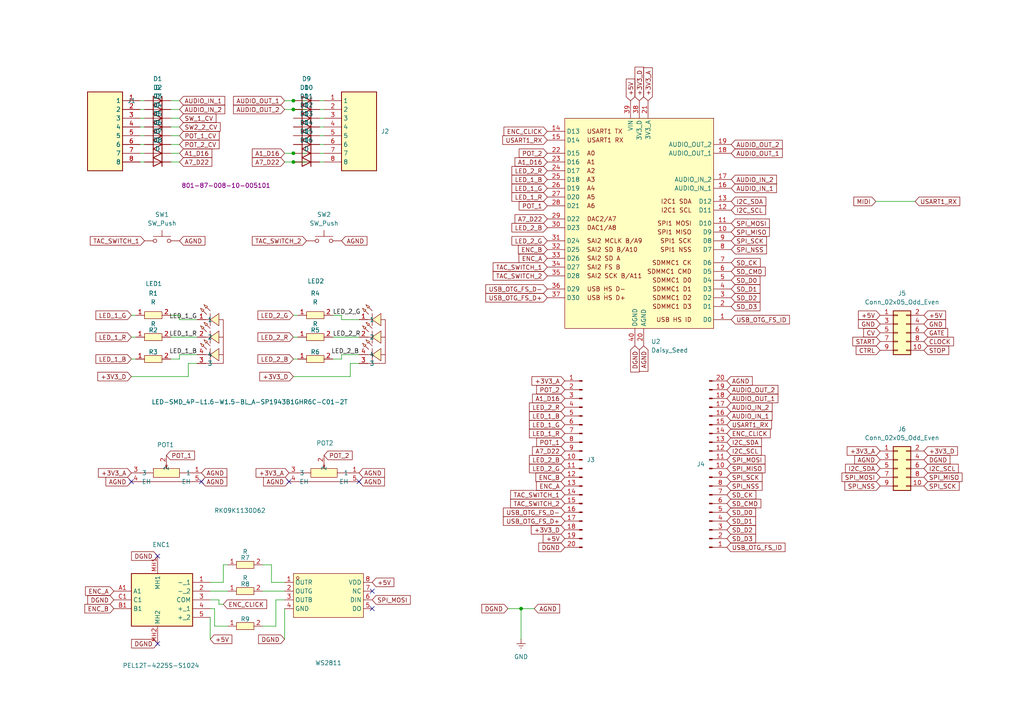
<source format=kicad_sch>
(kicad_sch (version 20250114) (generator "eeschema") (generator_version "9.0")
  (paper "A4")
  (title_block (title "Shock-AE-PCB") (date "2026-02-01") (rev "Mk1") (company "Copyright © 2026 clectric.diy Licensed under CERN-OHL-S v2") (comment 1 "Charles H. Leggett"))
  (lib_symbols
    (symbol "CR0603-FX-1001ELF_1" (pin_names (hide yes))
      (property "Reference" "R" (at 0 5.08 0))
      (property "Value" "CR0603-FX-1001ELF" (at 0 -5.08 0))
      (symbol "CR0603-FX-1001ELF_1_0_1"
        (pin unspecified line (at -5.08 0 0) (length 2.54) (name "1") (number "1"))
        (pin unspecified line (at 5.08 0 180) (length 2.54) (name "2") (number "2"))
      )
    )
    (symbol "CR0603-FX-1001ELF_5" (pin_names (hide yes))
      (property "Reference" "R" (at 0 5.08 0))
      (property "Value" "CR0603-FX-1001ELF" (at 0 -5.08 0))
      (symbol "CR0603-FX-1001ELF_5_0_1"
        (pin unspecified line (at -5.08 0 0) (length 2.54) (name "1") (number "1"))
        (pin unspecified line (at 5.08 0 180) (length 2.54) (name "2") (number "2"))
      )
    )
    (symbol "Connector:Conn_01x20_Pin" (pin_names (offset 1.016) (hide yes))
      (property "Reference" "J" (at 0 25.4 0))
      (property "Value" "Conn_01x20_Pin" (at 0 -27.94 0))
      (symbol "Conn_01x20_Pin_1_1"
        (pin passive line (at 5.08 22.86 180) (length 3.81) (name "Pin_1") (number "1"))
        (pin passive line (at 5.08 20.32 180) (length 3.81) (name "Pin_2") (number "2"))
        (pin passive line (at 5.08 17.78 180) (length 3.81) (name "Pin_3") (number "3"))
        (pin passive line (at 5.08 15.24 180) (length 3.81) (name "Pin_4") (number "4"))
        (pin passive line (at 5.08 12.7 180) (length 3.81) (name "Pin_5") (number "5"))
        (pin passive line (at 5.08 10.16 180) (length 3.81) (name "Pin_6") (number "6"))
        (pin passive line (at 5.08 7.62 180) (length 3.81) (name "Pin_7") (number "7"))
        (pin passive line (at 5.08 5.08 180) (length 3.81) (name "Pin_8") (number "8"))
        (pin passive line (at 5.08 2.54 180) (length 3.81) (name "Pin_9") (number "9"))
        (pin passive line (at 5.08 0 180) (length 3.81) (name "Pin_10") (number "10"))
        (pin passive line (at 5.08 -2.54 180) (length 3.81) (name "Pin_11") (number "11"))
        (pin passive line (at 5.08 -5.08 180) (length 3.81) (name "Pin_12") (number "12"))
        (pin passive line (at 5.08 -7.62 180) (length 3.81) (name "Pin_13") (number "13"))
        (pin passive line (at 5.08 -10.16 180) (length 3.81) (name "Pin_14") (number "14"))
        (pin passive line (at 5.08 -12.7 180) (length 3.81) (name "Pin_15") (number "15"))
        (pin passive line (at 5.08 -15.24 180) (length 3.81) (name "Pin_16") (number "16"))
        (pin passive line (at 5.08 -17.78 180) (length 3.81) (name "Pin_17") (number "17"))
        (pin passive line (at 5.08 -20.32 180) (length 3.81) (name "Pin_18") (number "18"))
        (pin passive line (at 5.08 -22.86 180) (length 3.81) (name "Pin_19") (number "19"))
        (pin passive line (at 5.08 -25.4 180) (length 3.81) (name "Pin_20") (number "20"))
      )
    )
    (symbol "Connector_Generic:Conn_02x05_Odd_Even" (pin_names (offset 1.016) (hide yes))
      (property "Reference" "J" (at 1.27 7.62 0))
      (property "Value" "Conn_02x05_Odd_Even" (at 1.27 -7.62 0))
      (symbol "Conn_02x05_Odd_Even_1_1"
        (pin passive line (at -5.08 5.08 0) (length 3.81) (name "Pin_1") (number "1"))
        (pin passive line (at -5.08 2.54 0) (length 3.81) (name "Pin_3") (number "3"))
        (pin passive line (at -5.08 0 0) (length 3.81) (name "Pin_5") (number "5"))
        (pin passive line (at -5.08 -2.54 0) (length 3.81) (name "Pin_7") (number "7"))
        (pin passive line (at -5.08 -5.08 0) (length 3.81) (name "Pin_9") (number "9"))
        (pin passive line (at 7.62 5.08 180) (length 3.81) (name "Pin_2") (number "2"))
        (pin passive line (at 7.62 2.54 180) (length 3.81) (name "Pin_4") (number "4"))
        (pin passive line (at 7.62 0 180) (length 3.81) (name "Pin_6") (number "6"))
        (pin passive line (at 7.62 -2.54 180) (length 3.81) (name "Pin_8") (number "8"))
        (pin passive line (at 7.62 -5.08 180) (length 3.81) (name "Pin_10") (number "10"))
      )
    )
    (symbol "Device:D" (pin_numbers (hide yes)) (pin_names (offset 1.016) (hide yes))
      (property "Reference" "D" (at 0 2.54 0))
      (property "Value" "D" (at 0 -2.54 0))
      (symbol "D_1_1"
        (pin passive line (at -3.81 0 0) (length 2.54) (name "K") (number "1"))
        (pin passive line (at 3.81 0 180) (length 2.54) (name "A") (number "2"))
      )
    )
    (symbol "Switch:SW_Push" (pin_numbers (hide yes)) (pin_names (offset 1.016) (hide yes))
      (property "Reference" "SW" (at 1.27 2.54 0))
      (property "Value" "SW_Push" (at 0 -1.524 0))
      (symbol "SW_Push_0_1"
        (pin passive line (at -5.08 0 0) (length 2.54) (name "1") (number "1"))
        (pin passive line (at 5.08 0 180) (length 2.54) (name "2") (number "2"))
      )
    )
    (symbol "clectric-diy:801-87-008-10-005101"
      (property "Reference" "J" (at 16.51 7.62 0))
      (property "Value" "801-87-008-10-005101" (at 16.51 5.08 0))
      (symbol "801-87-008-10-005101_1_1"
        (pin passive line (at 0 0 0) (length 5.08) (name "1") (number "1"))
        (pin passive line (at 0 -2.54 0) (length 5.08) (name "2") (number "2"))
        (pin passive line (at 0 -5.08 0) (length 5.08) (name "3") (number "3"))
        (pin passive line (at 0 -7.62 0) (length 5.08) (name "4") (number "4"))
        (pin passive line (at 0 -10.16 0) (length 5.08) (name "5") (number "5"))
        (pin passive line (at 0 -12.7 0) (length 5.08) (name "6") (number "6"))
        (pin passive line (at 0 -15.24 0) (length 5.08) (name "7") (number "7"))
        (pin passive line (at 0 -17.78 0) (length 5.08) (name "8") (number "8"))
      )
    )
    (symbol "clectric-diy:CR0603-FX-1001ELF" (pin_names (hide yes))
      (property "Reference" "R" (at 0 5.08 0))
      (property "Value" "CR0603-FX-1001ELF" (at 0 -5.08 0))
      (symbol "CR0603-FX-1001ELF_0_1"
        (pin unspecified line (at -5.08 0 0) (length 2.54) (name "1") (number "1"))
        (pin unspecified line (at 5.08 0 180) (length 2.54) (name "2") (number "2"))
      )
    )
    (symbol "clectric-diy:Daisy_Seed"
      (property "Reference" "U" (at -21.59 31.75 0))
      (property "Value" "Daisy_Seed" (at 21.59 31.75 0))
      (symbol "Daisy_Seed_0_0"
        (pin power_in line (at -2.54 35.56 270) (length 5.08) (name "VIN") (number "39"))
        (pin power_in line (at -1.27 -35.56 90) (length 5.08) (name "DGND") (number "40"))
        (pin power_out line (at 0 35.56 270) (length 5.08) (name "3V3_D") (number "38"))
        (pin power_in line (at 1.27 -35.56 90) (length 5.08) (name "AGND") (number "20"))
        (pin power_out line (at 2.54 35.56 270) (length 5.08) (name "3V3_A") (number "21"))
      )
      (symbol "Daisy_Seed_1_0"
        (pin bidirectional line (at -26.67 26.67 0) (length 5.08) (name "D13") (number "14"))
        (pin bidirectional line (at -26.67 24.13 0) (length 5.08) (name "D14") (number "15"))
        (pin bidirectional line (at -26.67 20.32 0) (length 5.08) (name "D15") (number "22"))
        (pin bidirectional line (at -26.67 17.78 0) (length 5.08) (name "D16") (number "23"))
        (pin bidirectional line (at -26.67 15.24 0) (length 5.08) (name "D17") (number "24"))
        (pin bidirectional line (at -26.67 12.7 0) (length 5.08) (name "D18") (number "25"))
        (pin bidirectional line (at -26.67 10.16 0) (length 5.08) (name "D19") (number "26"))
        (pin bidirectional line (at -26.67 7.62 0) (length 5.08) (name "D20") (number "27"))
        (pin bidirectional line (at -26.67 5.08 0) (length 5.08) (name "D21") (number "28"))
        (pin bidirectional line (at -26.67 1.27 0) (length 5.08) (name "D22") (number "29"))
        (pin bidirectional line (at -26.67 -1.27 0) (length 5.08) (name "D23") (number "30"))
        (pin bidirectional line (at -26.67 -5.08 0) (length 5.08) (name "D24") (number "31"))
        (pin bidirectional line (at -26.67 -7.62 0) (length 5.08) (name "D25") (number "32"))
        (pin bidirectional line (at -26.67 -10.16 0) (length 5.08) (name "D26") (number "33"))
        (pin bidirectional line (at -26.67 -12.7 0) (length 5.08) (name "D27") (number "34"))
        (pin bidirectional line (at -26.67 -15.24 0) (length 5.08) (name "D28") (number "35"))
        (pin bidirectional line (at -26.67 -19.05 0) (length 5.08) (name "D29") (number "36"))
        (pin bidirectional line (at -26.67 -21.59 0) (length 5.08) (name "D30") (number "37"))
        (pin output line (at 26.67 22.86 180) (length 5.08) (name "AUDIO_OUT_2") (number "19"))
        (pin output line (at 26.67 20.32 180) (length 5.08) (name "AUDIO_OUT_1") (number "18"))
        (pin input line (at 26.67 12.7 180) (length 5.08) (name "AUDIO_IN_2") (number "17"))
        (pin input line (at 26.67 10.16 180) (length 5.08) (name "AUDIO_IN_1") (number "16"))
        (pin bidirectional line (at 26.67 6.35 180) (length 5.08) (name "D12") (number "13"))
        (pin bidirectional line (at 26.67 3.81 180) (length 5.08) (name "D11") (number "12"))
        (pin bidirectional line (at 26.67 0 180) (length 5.08) (name "D10") (number "11"))
        (pin bidirectional line (at 26.67 -2.54 180) (length 5.08) (name "D9") (number "10"))
        (pin bidirectional line (at 26.67 -5.08 180) (length 5.08) (name "D8") (number "9"))
        (pin bidirectional line (at 26.67 -7.62 180) (length 5.08) (name "D7") (number "8"))
        (pin bidirectional line (at 26.67 -11.43 180) (length 5.08) (name "D6") (number "7"))
        (pin bidirectional line (at 26.67 -13.97 180) (length 5.08) (name "D5") (number "6"))
        (pin bidirectional line (at 26.67 -16.51 180) (length 5.08) (name "D4") (number "5"))
        (pin bidirectional line (at 26.67 -19.05 180) (length 5.08) (name "D3") (number "4"))
        (pin bidirectional line (at 26.67 -21.59 180) (length 5.08) (name "D2") (number "3"))
        (pin bidirectional line (at 26.67 -24.13 180) (length 5.08) (name "D1") (number "2"))
        (pin bidirectional line (at 26.67 -27.94 180) (length 5.08) (name "D0") (number "1"))
      )
      (symbol "Daisy_Seed_1_1"
        (text "USART1 TX" (at -15.24 26.67 0) (effects (font (size 1.27 1.27)) (justify left)))
        (text "USART1 RX" (at -15.24 24.13 0) (effects (font (size 1.27 1.27)) (justify left)))
        (text "A0" (at -15.24 20.32 0) (effects (font (size 1.27 1.27)) (justify left)))
        (text "A1" (at -15.24 17.78 0) (effects (font (size 1.27 1.27)) (justify left)))
        (text "A2" (at -15.24 15.24 0) (effects (font (size 1.27 1.27)) (justify left)))
        (text "A3" (at -15.24 12.7 0) (effects (font (size 1.27 1.27)) (justify left)))
        (text "A4" (at -15.24 10.16 0) (effects (font (size 1.27 1.27)) (justify left)))
        (text "A5" (at -15.24 7.62 0) (effects (font (size 1.27 1.27)) (justify left)))
        (text "A6" (at -15.24 5.08 0) (effects (font (size 1.27 1.27)) (justify left)))
        (text "DAC2/A7" (at -15.24 1.27 0) (effects (font (size 1.27 1.27)) (justify left)))
        (text "DAC1/A8" (at -15.24 -1.27 0) (effects (font (size 1.27 1.27)) (justify left)))
        (text "SAI2 MCLK B/A9" (at -15.24 -5.08 0) (effects (font (size 1.27 1.27)) (justify left)))
        (text "SAI2 SD B/A10" (at -15.24 -7.62 0) (effects (font (size 1.27 1.27)) (justify left)))
        (text "SAI2 SD A" (at -15.24 -10.16 0) (effects (font (size 1.27 1.27)) (justify left)))
        (text "SAI2 FS B" (at -15.24 -12.7 0) (effects (font (size 1.27 1.27)) (justify left)))
        (text "SAI2 SCK B/A11" (at -15.24 -15.24 0) (effects (font (size 1.27 1.27)) (justify left)))
        (text "USB HS D-" (at -15.24 -19.05 0) (effects (font (size 1.27 1.27)) (justify left)))
        (text "USB HS D+" (at -15.24 -21.59 0) (effects (font (size 1.27 1.27)) (justify left)))
        (text "I2C1 SDA" (at 15.24 6.35 0) (effects (font (size 1.27 1.27)) (justify right)))
        (text "I2C1 SCL" (at 15.24 3.81 0) (effects (font (size 1.27 1.27)) (justify right)))
        (text "SPI1 MOSI" (at 15.24 0 0) (effects (font (size 1.27 1.27)) (justify right)))
        (text "SPI1 MISO" (at 15.24 -2.54 0) (effects (font (size 1.27 1.27)) (justify right)))
        (text "SPI1 SCK" (at 15.24 -5.08 0) (effects (font (size 1.27 1.27)) (justify right)))
        (text "SPI1 NSS" (at 15.24 -7.62 0) (effects (font (size 1.27 1.27)) (justify right)))
        (text "SDMMC1 CK" (at 15.24 -11.43 0) (effects (font (size 1.27 1.27)) (justify right)))
        (text "SDMMC1 CMD" (at 15.24 -13.97 0) (effects (font (size 1.27 1.27)) (justify right)))
        (text "SDMMC1 D0" (at 15.24 -16.51 0) (effects (font (size 1.27 1.27)) (justify right)))
        (text "SDMMC1 D1" (at 15.24 -19.05 0) (effects (font (size 1.27 1.27)) (justify right)))
        (text "SDMMC1 D2" (at 15.24 -21.59 0) (effects (font (size 1.27 1.27)) (justify right)))
        (text "SDMMC1 D3" (at 15.24 -24.13 0) (effects (font (size 1.27 1.27)) (justify right)))
        (text "USB HS ID" (at 15.24 -27.94 0) (effects (font (size 1.27 1.27)) (justify right)))
      )
    )
    (symbol "clectric-diy:LED-SMD_4P-L1.6-W1.5-BL_A-SP1943B1GHR6C-C01-2T"
      (property "Reference" "U" (at 0 10.16 0))
      (property "Value" "LED-SMD_4P-L1.6-W1.5-BL_A-SP1943B1GHR6C-C01-2T" (at 0 -12.7 0))
      (symbol "LED-SMD_4P-L1.6-W1.5-BL_A-SP1943B1GHR6C-C01-2T_0_1"
        (pin unspecified line (at -2.54 5.08 0) (length 2.54) (name "1") (number "1"))
        (pin unspecified line (at -2.54 0 0) (length 2.54) (name "2") (number "2"))
        (pin unspecified line (at -2.54 -5.08 0) (length 2.54) (name "4") (number "4"))
        (pin unspecified line (at -2.54 -7.62 0) (length 2.54) (name "3") (number "3"))
      )
    )
    (symbol "clectric-diy:PEL12T-4225S-S1024"
      (property "Reference" "S" (at 21.59 15.24 0))
      (property "Value" "PEL12T-4225S-S1024" (at 21.59 12.7 0))
      (symbol "PEL12T-4225S-S1024_1_1"
        (pin passive line (at 0 0 0) (length 5.08) (name "MH1") (number "MH1"))
        (pin passive line (at 7.62 15.24 270) (length 5.08) (name "-_1") (number "1"))
        (pin passive line (at 10.16 15.24 270) (length 5.08) (name "-_2") (number "2"))
        (pin passive line (at 10.16 -12.7 90) (length 5.08) (name "A1") (number "A1"))
        (pin passive line (at 12.7 15.24 270) (length 5.08) (name "COM") (number "3"))
        (pin passive line (at 12.7 -12.7 90) (length 5.08) (name "C1") (number "C1"))
        (pin passive line (at 15.24 15.24 270) (length 5.08) (name "+_1") (number "4"))
        (pin passive line (at 15.24 -12.7 90) (length 5.08) (name "B1") (number "B1"))
        (pin passive line (at 17.78 15.24 270) (length 5.08) (name "+_2") (number "5"))
        (pin passive line (at 25.4 0 180) (length 5.08) (name "MH2") (number "MH2"))
      )
    )
    (symbol "clectric-diy:RK09K1130A8G"
      (property "Reference" "R" (at 0 10.16 0))
      (property "Value" "RK09K1130A8G" (at 0 -7.62 0))
      (symbol "RK09K1130A8G_0_1"
        (pin unspecified line (at -10.16 0 0) (length 2.54) (name "3") (number "3"))
        (pin unspecified line (at -10.16 -2.54 0) (length 2.54) (name "EH") (number "4"))
        (pin unspecified line (at 0 5.08 270) (length 2.54) (name "2") (number "2"))
        (pin unspecified line (at 10.16 0 180) (length 2.54) (name "1") (number "1"))
        (pin unspecified line (at 10.16 -2.54 180) (length 2.54) (name "EH") (number "5"))
      )
    )
    (symbol "clectric-diy:WS2811"
      (property "Reference" "U" (at 0 8.89 0))
      (property "Value" "WS2811" (at 0 -8.89 0))
      (symbol "WS2811_0_1"
        (pin unspecified line (at -12.7 3.81 0) (length 2.54) (name "OUTR") (number "1"))
        (pin unspecified line (at -12.7 1.27 0) (length 2.54) (name "OUTG") (number "2"))
        (pin unspecified line (at -12.7 -1.27 0) (length 2.54) (name "OUTB") (number "3"))
        (pin unspecified line (at -12.7 -3.81 0) (length 2.54) (name "GND") (number "4"))
        (pin unspecified line (at 12.7 3.81 180) (length 2.54) (name "VDD") (number "8"))
        (pin unspecified line (at 12.7 1.27 180) (length 2.54) (name "NC") (number "7"))
        (pin unspecified line (at 12.7 -1.27 180) (length 2.54) (name "DIN") (number "6"))
        (pin unspecified line (at 12.7 -3.81 180) (length 2.54) (name "DO") (number "5"))
      )
    )
    (symbol "power:GNDREF" (power) (pin_numbers (hide yes)) (pin_names (offset 0) (hide yes))
      (property "Value" "GNDREF" (at 0 -3.81 0))
      (symbol "GNDREF_1_1"
        (pin power_in line (at 0 0 270) (length 0) (name "~") (number "1"))
      )
    )
  )
  (junction (at 85.09 29.21))
  (junction (at 85.09 44.45))
  (junction (at 85.09 46.99))
  (junction (at 85.09 31.75))
  (junction (at 151.13 176.53))
  (no_connect (at 107.95 176.53))
  (no_connect (at 45.72 161.29))
  (no_connect (at 45.72 186.69))
  (no_connect (at 38.1 139.7))
  (no_connect (at 104.14 139.7))
  (no_connect (at 107.95 171.45))
  (no_connect (at 83.82 139.7))
  (no_connect (at 58.42 139.7))
  (wire (pts (xy 54.61 105.41) (xy 57.15 105.41)))
  (wire (pts (xy 60.96 171.45) (xy 66.04 171.45)))
  (wire (pts (xy 38.1 104.14) (xy 39.37 104.14)))
  (wire (pts (xy 93.98 31.75) (xy 92.71 31.75)))
  (wire (pts (xy 93.98 36.83) (xy 92.71 36.83)))
  (wire (pts (xy 49.53 97.79) (xy 57.15 97.79)))
  (wire (pts (xy 41.91 34.29) (xy 40.64 34.29)))
  (wire (pts (xy 41.91 29.21) (xy 40.64 29.21)))
  (wire (pts (xy 99.06 92.71) (xy 104.14 92.71)))
  (wire (pts (xy 88.9 29.21) (xy 85.09 29.21)))
  (wire (pts (xy 80.01 173.99) (xy 82.55 173.99)))
  (wire (pts (xy 64.77 163.83) (xy 64.77 168.91)))
  (wire (pts (xy 76.2 171.45) (xy 82.55 171.45)))
  (wire (pts (xy 41.91 36.83) (xy 40.64 36.83)))
  (wire (pts (xy 52.07 104.14) (xy 52.07 102.87)))
  (wire (pts (xy 93.98 46.99) (xy 92.71 46.99)))
  (wire (pts (xy 85.09 97.79) (xy 86.36 97.79)))
  (wire (pts (xy 52.07 41.91) (xy 49.53 41.91)))
  (wire (pts (xy 101.6 105.41) (xy 104.14 105.41)))
  (wire (pts (xy 99.06 102.87) (xy 104.14 102.87)))
  (wire (pts (xy 85.09 44.45) (xy 82.55 44.45)))
  (wire (pts (xy 175.4765 85.09) (xy 175.26 85.09)))
  (wire (pts (xy 93.98 44.45) (xy 92.71 44.45)))
  (wire (pts (xy 41.91 44.45) (xy 40.64 44.45)))
  (wire (pts (xy 85.09 29.21) (xy 82.55 29.21)))
  (wire (pts (xy 78.74 168.91) (xy 82.55 168.91)))
  (wire (pts (xy 63.5 175.26) (xy 63.5 173.99)))
  (wire (pts (xy 38.1 91.44) (xy 39.37 91.44)))
  (wire (pts (xy 49.53 34.29) (xy 52.07 34.29)))
  (wire (pts (xy 62.23 181.61) (xy 66.04 181.61)))
  (wire (pts (xy 64.77 168.91) (xy 60.96 168.91)))
  (wire (pts (xy 80.01 181.61) (xy 80.01 173.99)))
  (wire (pts (xy 64.77 163.83) (xy 66.04 163.83)))
  (wire (pts (xy 64.77 175.26) (xy 63.5 175.26)))
  (wire (pts (xy 49.53 31.75) (xy 52.07 31.75)))
  (wire (pts (xy 52.07 104.14) (xy 49.53 104.14)))
  (wire (pts (xy 85.09 31.75) (xy 82.55 31.75)))
  (wire (pts (xy 151.13 176.53) (xy 154.94 176.53)))
  (wire (pts (xy 49.53 44.45) (xy 52.07 44.45)))
  (wire (pts (xy 85.09 109.22) (xy 101.6 109.22)))
  (wire (pts (xy 54.61 109.22) (xy 54.61 105.41)))
  (wire (pts (xy 93.98 29.21) (xy 92.71 29.21)))
  (wire (pts (xy 76.2 181.61) (xy 80.01 181.61)))
  (wire (pts (xy 52.07 92.71) (xy 57.15 92.71)))
  (wire (pts (xy 49.53 29.21) (xy 52.07 29.21)))
  (wire (pts (xy 41.91 31.75) (xy 40.64 31.75)))
  (wire (pts (xy 52.07 102.87) (xy 57.15 102.87)))
  (wire (pts (xy 62.23 176.53) (xy 60.96 176.53)))
  (wire (pts (xy 147.32 176.53) (xy 151.13 176.53)))
  (wire (pts (xy 85.09 104.14) (xy 86.36 104.14)))
  (wire (pts (xy 52.07 92.71) (xy 52.07 91.44)))
  (wire (pts (xy 41.91 46.99) (xy 40.64 46.99)))
  (wire (pts (xy 93.98 34.29) (xy 92.71 34.29)))
  (wire (pts (xy 151.13 176.53) (xy 151.13 185.42)))
  (wire (pts (xy 52.07 39.37) (xy 49.53 39.37)))
  (wire (pts (xy 41.91 41.91) (xy 40.64 41.91)))
  (wire (pts (xy 85.09 46.99) (xy 82.55 46.99)))
  (wire (pts (xy 49.53 36.83) (xy 52.07 36.83)))
  (wire (pts (xy 76.2 163.83) (xy 78.74 163.83)))
  (wire (pts (xy 60.96 185.42) (xy 60.96 179.07)))
  (wire (pts (xy 62.23 181.61) (xy 62.23 176.53)))
  (wire (pts (xy 93.98 41.91) (xy 92.71 41.91)))
  (wire (pts (xy 38.1 109.22) (xy 54.61 109.22)))
  (wire (pts (xy 99.06 91.44) (xy 96.52 91.44)))
  (wire (pts (xy 49.53 46.99) (xy 52.07 46.99)))
  (wire (pts (xy 41.91 39.37) (xy 40.64 39.37)))
  (wire (pts (xy 99.06 92.71) (xy 99.06 91.44)))
  (wire (pts (xy 38.1 97.79) (xy 39.37 97.79)))
  (wire (pts (xy 85.09 91.44) (xy 86.36 91.44)))
  (wire (pts (xy 52.07 91.44) (xy 49.53 91.44)))
  (wire (pts (xy 88.9 46.99) (xy 85.09 46.99)))
  (wire (pts (xy 96.52 97.79) (xy 104.14 97.79)))
  (wire (pts (xy 88.9 44.45) (xy 85.09 44.45)))
  (wire (pts (xy 63.5 173.99) (xy 60.96 173.99)))
  (wire (pts (xy 99.06 104.14) (xy 96.52 104.14)))
  (wire (pts (xy 78.74 163.83) (xy 78.74 168.91)))
  (wire (pts (xy 93.98 39.37) (xy 92.71 39.37)))
  (wire (pts (xy 99.06 104.14) (xy 99.06 102.87)))
  (wire (pts (xy 82.55 185.42) (xy 82.55 176.53)))
  (wire (pts (xy 101.6 109.22) (xy 101.6 105.41)))
  (wire (pts (xy 254 58.42) (xy 265.43 58.42)))
  (wire (pts (xy 88.9 31.75) (xy 85.09 31.75)))
  (label "LED_2_B" (at 104.14 102.87 180))
  (label "LED_1_B" (at 57.15 102.87 180))
  (label "LED_2_G" (at 96.52 91.44 0))
  (label "LED_1_R" (at 57.15 97.79 180))
  (label "LED_2_R" (at 96.52 97.79 0))
  (label "LED_1_G" (at 57.15 92.71 180))
  (global_label "TAC_SWITCH_2" (shape input) (at 158.75 80.01 180) (property "Intersheetrefs" "${INTERSHEET_REFS}" (effects (hide yes))))
  (global_label "I2C_SDA" (shape input) (at 210.82 128.27 0) (property "Intersheetrefs" "${INTERSHEET_REFS}" (effects (hide yes))))
  (global_label "+5V" (shape input) (at 107.95 168.91 0) (property "Intersheetrefs" "${INTERSHEET_REFS}" (effects (hide yes))))
  (global_label "SPI_NSS" (shape input) (at 210.82 140.97 0) (property "Intersheetrefs" "${INTERSHEET_REFS}" (effects (hide yes))))
  (global_label "TAC_SWITCH_1" (shape input) (at 158.75 77.47 180) (property "Intersheetrefs" "${INTERSHEET_REFS}" (effects (hide yes))))
  (global_label "USB_OTG_FS_ID" (shape input) (at 212.09 92.71 0) (property "Intersheetrefs" "${INTERSHEET_REFS}" (effects (hide yes))))
  (global_label "A1_D16" (shape input) (at 82.55 44.45 180) (property "Intersheetrefs" "${INTERSHEET_REFS}" (effects (hide yes))))
  (global_label "DGND" (shape input) (at 45.72 161.29 180) (property "Intersheetrefs" "${INTERSHEET_REFS}" (effects (hide yes))))
  (global_label "TAC_SWITCH_1" (shape input) (at 41.91 69.85 180) (property "Intersheetrefs" "${INTERSHEET_REFS}" (effects (hide yes))))
  (global_label "AGND" (shape input) (at 58.42 139.7 0) (property "Intersheetrefs" "${INTERSHEET_REFS}" (effects (hide yes))))
  (global_label "+5V" (shape input) (at 60.96 185.42 0) (property "Intersheetrefs" "${INTERSHEET_REFS}" (effects (hide yes))))
  (global_label "SD_CK" (shape input) (at 212.09 76.2 0) (property "Intersheetrefs" "${INTERSHEET_REFS}" (effects (hide yes))))
  (global_label "SD_D0" (shape input) (at 212.09 81.28 0) (property "Intersheetrefs" "${INTERSHEET_REFS}" (effects (hide yes))))
  (global_label "GATE" (shape input) (at 267.97 96.52 0) (property "Intersheetrefs" "${INTERSHEET_REFS}" (effects (hide yes))))
  (global_label "STOP" (shape input) (at 267.97 101.6 0) (property "Intersheetrefs" "${INTERSHEET_REFS}" (effects (hide yes))))
  (global_label "AGND" (shape input) (at 52.07 69.85 0) (property "Intersheetrefs" "${INTERSHEET_REFS}" (effects (hide yes))))
  (global_label "START" (shape input) (at 255.27 99.06 180) (property "Intersheetrefs" "${INTERSHEET_REFS}" (effects (hide yes))))
  (global_label "AUDIO_IN_1" (shape input) (at 210.82 120.65 0) (property "Intersheetrefs" "${INTERSHEET_REFS}" (effects (hide yes))))
  (global_label "SD_CK" (shape input) (at 210.82 143.51 0) (property "Intersheetrefs" "${INTERSHEET_REFS}" (effects (hide yes))))
  (global_label "LED_1_R" (shape input) (at 38.1 97.79 180) (property "Intersheetrefs" "${INTERSHEET_REFS}" (effects (hide yes))))
  (global_label "SD_CMD" (shape input) (at 210.82 146.05 0) (property "Intersheetrefs" "${INTERSHEET_REFS}" (effects (hide yes))))
  (global_label "TAC_SWITCH_2" (shape input) (at 163.83 146.05 180) (property "Intersheetrefs" "${INTERSHEET_REFS}" (effects (hide yes))))
  (global_label "SPI_MISO" (shape input) (at 212.09 67.31 0) (property "Intersheetrefs" "${INTERSHEET_REFS}" (effects (hide yes))))
  (global_label "I2C_SDA" (shape input) (at 255.27 135.89 180) (property "Intersheetrefs" "${INTERSHEET_REFS}" (effects (hide yes))))
  (global_label "LED_2_B" (shape input) (at 158.75 66.04 180) (property "Intersheetrefs" "${INTERSHEET_REFS}" (effects (hide yes))))
  (global_label "SPI_MOSI" (shape input) (at 107.95 173.99 0) (property "Intersheetrefs" "${INTERSHEET_REFS}" (effects (hide yes))))
  (global_label "AGND" (shape input) (at 99.06 69.85 0) (property "Intersheetrefs" "${INTERSHEET_REFS}" (effects (hide yes))))
  (global_label "SD_D2" (shape input) (at 210.82 153.67 0) (property "Intersheetrefs" "${INTERSHEET_REFS}" (effects (hide yes))))
  (global_label "A7_D22" (shape input) (at 52.07 46.99 0) (property "Intersheetrefs" "${INTERSHEET_REFS}" (effects (hide yes))))
  (global_label "A1_D16" (shape input) (at 52.07 44.45 0) (property "Intersheetrefs" "${INTERSHEET_REFS}" (effects (hide yes))))
  (global_label "ENC_A" (shape input) (at 33.02 171.45 180) (property "Intersheetrefs" "${INTERSHEET_REFS}" (effects (hide yes))))
  (global_label "LED_1_R" (shape input) (at 158.75 57.15 180) (property "Intersheetrefs" "${INTERSHEET_REFS}" (effects (hide yes))))
  (global_label "USB_OTG_FS_D+" (shape input) (at 163.83 151.13 180) (property "Intersheetrefs" "${INTERSHEET_REFS}" (effects (hide yes))))
  (global_label "USB_OTG_FS_ID" (shape input) (at 210.82 158.75 0) (property "Intersheetrefs" "${INTERSHEET_REFS}" (effects (hide yes))))
  (global_label "USB_OTG_FS_D+" (shape input) (at 158.75 86.36 180) (property "Intersheetrefs" "${INTERSHEET_REFS}" (effects (hide yes))))
  (global_label "+3V3_D" (shape input) (at 185.42 29.21 90) (property "Intersheetrefs" "${INTERSHEET_REFS}" (effects (hide yes))))
  (global_label "GND" (shape input) (at 267.97 93.98 0) (property "Intersheetrefs" "${INTERSHEET_REFS}" (effects (hide yes))))
  (global_label "SPI_NSS" (shape input) (at 255.27 140.97 180) (property "Intersheetrefs" "${INTERSHEET_REFS}" (effects (hide yes))))
  (global_label "ENC_CLICK" (shape input) (at 158.75 38.1 180) (property "Intersheetrefs" "${INTERSHEET_REFS}" (effects (hide yes))))
  (global_label "+5V" (shape input) (at 163.83 156.21 180) (property "Intersheetrefs" "${INTERSHEET_REFS}" (effects (hide yes))))
  (global_label "AGND" (shape input) (at 186.69 100.33 270) (property "Intersheetrefs" "${INTERSHEET_REFS}" (effects (hide yes))))
  (global_label "AUDIO_OUT_2" (shape input) (at 82.55 31.75 180) (property "Intersheetrefs" "${INTERSHEET_REFS}" (effects (hide yes))))
  (global_label "POT_1_CV" (shape input) (at 52.07 39.37 0) (property "Intersheetrefs" "${INTERSHEET_REFS}" (effects (hide yes))))
  (global_label "AUDIO_OUT_2" (shape input) (at 212.09 41.91 0) (property "Intersheetrefs" "${INTERSHEET_REFS}" (effects (hide yes))))
  (global_label "ENC_CLICK" (shape input) (at 210.82 125.73 0) (property "Intersheetrefs" "${INTERSHEET_REFS}" (effects (hide yes))))
  (global_label "SD_D1" (shape input) (at 210.82 151.13 0) (property "Intersheetrefs" "${INTERSHEET_REFS}" (effects (hide yes))))
  (global_label "+3V3_A" (shape input) (at 187.96 29.21 90) (property "Intersheetrefs" "${INTERSHEET_REFS}" (effects (hide yes))))
  (global_label "POT_1" (shape input) (at 163.83 128.27 180) (property "Intersheetrefs" "${INTERSHEET_REFS}" (effects (hide yes))))
  (global_label "+3V3_A" (shape input) (at 255.27 130.81 180) (property "Intersheetrefs" "${INTERSHEET_REFS}" (effects (hide yes))))
  (global_label "TAC_SWITCH_1" (shape input) (at 163.83 143.51 180) (property "Intersheetrefs" "${INTERSHEET_REFS}" (effects (hide yes))))
  (global_label "ENC_B" (shape input) (at 158.75 72.39 180) (property "Intersheetrefs" "${INTERSHEET_REFS}" (effects (hide yes))))
  (global_label "AUDIO_IN_1" (shape input) (at 52.07 29.21 0) (property "Intersheetrefs" "${INTERSHEET_REFS}" (effects (hide yes))))
  (global_label "AGND" (shape input) (at 104.14 139.7 0) (property "Intersheetrefs" "${INTERSHEET_REFS}" (effects (hide yes))))
  (global_label "SPI_SCK" (shape input) (at 267.97 140.97 0) (property "Intersheetrefs" "${INTERSHEET_REFS}" (effects (hide yes))))
  (global_label "SD_D3" (shape input) (at 210.82 156.21 0) (property "Intersheetrefs" "${INTERSHEET_REFS}" (effects (hide yes))))
  (global_label "AGND" (shape input) (at 58.42 137.16 0) (property "Intersheetrefs" "${INTERSHEET_REFS}" (effects (hide yes))))
  (global_label "DGND" (shape input) (at 267.97 133.35 0) (property "Intersheetrefs" "${INTERSHEET_REFS}" (effects (hide yes))))
  (global_label "+3V3_D" (shape input) (at 163.83 153.67 180) (property "Intersheetrefs" "${INTERSHEET_REFS}" (effects (hide yes))))
  (global_label "LED_2_R" (shape input) (at 163.83 118.11 180) (property "Intersheetrefs" "${INTERSHEET_REFS}" (effects (hide yes))))
  (global_label "LED_2_B" (shape input) (at 85.09 104.14 180) (property "Intersheetrefs" "${INTERSHEET_REFS}" (effects (hide yes))))
  (global_label "POT_2" (shape input) (at 163.83 113.03 180) (property "Intersheetrefs" "${INTERSHEET_REFS}" (effects (hide yes))))
  (global_label "+3V3_A" (shape input) (at 38.1 137.16 180) (property "Intersheetrefs" "${INTERSHEET_REFS}" (effects (hide yes))))
  (global_label "USART1_RX" (shape input) (at 210.82 123.19 0) (property "Intersheetrefs" "${INTERSHEET_REFS}" (effects (hide yes))))
  (global_label "DGND" (shape input) (at 45.72 186.69 180) (property "Intersheetrefs" "${INTERSHEET_REFS}" (effects (hide yes))))
  (global_label "POT_2" (shape input) (at 93.98 132.08 0) (property "Intersheetrefs" "${INTERSHEET_REFS}" (effects (hide yes))))
  (global_label "+3V3_A" (shape input) (at 163.83 110.49 180) (property "Intersheetrefs" "${INTERSHEET_REFS}" (effects (hide yes))))
  (global_label "CV" (shape input) (at 255.27 96.52 180) (property "Intersheetrefs" "${INTERSHEET_REFS}" (effects (hide yes))))
  (global_label "SD_D0" (shape input) (at 210.82 148.59 0) (property "Intersheetrefs" "${INTERSHEET_REFS}" (effects (hide yes))))
  (global_label "A1_D16" (shape input) (at 158.75 46.99 180) (property "Intersheetrefs" "${INTERSHEET_REFS}" (effects (hide yes))))
  (global_label "AUDIO_IN_2" (shape input) (at 212.09 52.07 0) (property "Intersheetrefs" "${INTERSHEET_REFS}" (effects (hide yes))))
  (global_label "I2C_SDA" (shape input) (at 212.09 58.42 0) (property "Intersheetrefs" "${INTERSHEET_REFS}" (effects (hide yes))))
  (global_label "DGND" (shape input) (at 147.32 176.53 180) (property "Intersheetrefs" "${INTERSHEET_REFS}" (effects (hide yes))))
  (global_label "SPI_NSS" (shape input) (at 212.09 72.39 0) (property "Intersheetrefs" "${INTERSHEET_REFS}" (effects (hide yes))))
  (global_label "POT_2_CV" (shape input) (at 52.07 41.91 0) (property "Intersheetrefs" "${INTERSHEET_REFS}" (effects (hide yes))))
  (global_label "SPI_MOSI" (shape input) (at 210.82 133.35 0) (property "Intersheetrefs" "${INTERSHEET_REFS}" (effects (hide yes))))
  (global_label "LED_1_R" (shape input) (at 163.83 125.73 180) (property "Intersheetrefs" "${INTERSHEET_REFS}" (effects (hide yes))))
  (global_label "AUDIO_IN_2" (shape input) (at 210.82 118.11 0) (property "Intersheetrefs" "${INTERSHEET_REFS}" (effects (hide yes))))
  (global_label "DGND" (shape input) (at 184.15 100.33 270) (property "Intersheetrefs" "${INTERSHEET_REFS}" (effects (hide yes))))
  (global_label "SPI_MISO" (shape input) (at 210.82 135.89 0) (property "Intersheetrefs" "${INTERSHEET_REFS}" (effects (hide yes))))
  (global_label "+3V3_D" (shape input) (at 38.1 109.22 180) (property "Intersheetrefs" "${INTERSHEET_REFS}" (effects (hide yes))))
  (global_label "+3V3_D" (shape input) (at 85.09 109.22 180) (property "Intersheetrefs" "${INTERSHEET_REFS}" (effects (hide yes))))
  (global_label "ENC_CLICK" (shape input) (at 64.77 175.26 0) (property "Intersheetrefs" "${INTERSHEET_REFS}" (effects (hide yes))))
  (global_label "A1_D16" (shape input) (at 163.83 115.57 180) (property "Intersheetrefs" "${INTERSHEET_REFS}" (effects (hide yes))))
  (global_label "LED_1_G" (shape input) (at 158.75 54.61 180) (property "Intersheetrefs" "${INTERSHEET_REFS}" (effects (hide yes))))
  (global_label "USART1_RX" (shape input) (at 265.43 58.42 0) (property "Intersheetrefs" "${INTERSHEET_REFS}" (effects (hide yes))))
  (global_label "AGND" (shape input) (at 38.1 139.7 180) (property "Intersheetrefs" "${INTERSHEET_REFS}" (effects (hide yes))))
  (global_label "SPI_SCK" (shape input) (at 212.09 69.85 0) (property "Intersheetrefs" "${INTERSHEET_REFS}" (effects (hide yes))))
  (global_label "SD_D3" (shape input) (at 212.09 88.9 0) (property "Intersheetrefs" "${INTERSHEET_REFS}" (effects (hide yes))))
  (global_label "AGND" (shape input) (at 154.94 176.53 0) (property "Intersheetrefs" "${INTERSHEET_REFS}" (effects (hide yes))))
  (global_label "LED_2_R" (shape input) (at 158.75 49.53 180) (property "Intersheetrefs" "${INTERSHEET_REFS}" (effects (hide yes))))
  (global_label "ENC_A" (shape input) (at 163.83 140.97 180) (property "Intersheetrefs" "${INTERSHEET_REFS}" (effects (hide yes))))
  (global_label "CLOCK" (shape input) (at 267.97 99.06 0) (property "Intersheetrefs" "${INTERSHEET_REFS}" (effects (hide yes))))
  (global_label "AUDIO_IN_1" (shape input) (at 212.09 54.61 0) (property "Intersheetrefs" "${INTERSHEET_REFS}" (effects (hide yes))))
  (global_label "A7_D22" (shape input) (at 163.83 130.81 180) (property "Intersheetrefs" "${INTERSHEET_REFS}" (effects (hide yes))))
  (global_label "DGND" (shape input) (at 163.83 158.75 180) (property "Intersheetrefs" "${INTERSHEET_REFS}" (effects (hide yes))))
  (global_label "LED_2_G" (shape input) (at 163.83 135.89 180) (property "Intersheetrefs" "${INTERSHEET_REFS}" (effects (hide yes))))
  (global_label "SPI_MOSI" (shape input) (at 255.27 138.43 180) (property "Intersheetrefs" "${INTERSHEET_REFS}" (effects (hide yes))))
  (global_label "I2C_SCL" (shape input) (at 210.82 130.81 0) (property "Intersheetrefs" "${INTERSHEET_REFS}" (effects (hide yes))))
  (global_label "USB_OTG_FS_D-" (shape input) (at 163.83 148.59 180) (property "Intersheetrefs" "${INTERSHEET_REFS}" (effects (hide yes))))
  (global_label "AUDIO_OUT_2" (shape input) (at 210.82 113.03 0) (property "Intersheetrefs" "${INTERSHEET_REFS}" (effects (hide yes))))
  (global_label "GND" (shape input) (at 255.27 93.98 180) (property "Intersheetrefs" "${INTERSHEET_REFS}" (effects (hide yes))))
  (global_label "USB_OTG_FS_D-" (shape input) (at 158.75 83.82 180) (property "Intersheetrefs" "${INTERSHEET_REFS}" (effects (hide yes))))
  (global_label "SD_D2" (shape input) (at 212.09 86.36 0) (property "Intersheetrefs" "${INTERSHEET_REFS}" (effects (hide yes))))
  (global_label "CTRL" (shape input) (at 255.27 101.6 180) (property "Intersheetrefs" "${INTERSHEET_REFS}" (effects (hide yes))))
  (global_label "I2C_SCL" (shape input) (at 212.09 60.96 0) (property "Intersheetrefs" "${INTERSHEET_REFS}" (effects (hide yes))))
  (global_label "LED_1_B" (shape input) (at 163.83 120.65 180) (property "Intersheetrefs" "${INTERSHEET_REFS}" (effects (hide yes))))
  (global_label "USART1_RX" (shape input) (at 158.75 40.64 180) (property "Intersheetrefs" "${INTERSHEET_REFS}" (effects (hide yes))))
  (global_label "SD_CMD" (shape input) (at 212.09 78.74 0) (property "Intersheetrefs" "${INTERSHEET_REFS}" (effects (hide yes))))
  (global_label "POT_1" (shape input) (at 158.75 59.69 180) (property "Intersheetrefs" "${INTERSHEET_REFS}" (effects (hide yes))))
  (global_label "TAC_SWITCH_2" (shape input) (at 88.9 69.85 180) (property "Intersheetrefs" "${INTERSHEET_REFS}" (effects (hide yes))))
  (global_label "AGND" (shape input) (at 255.27 133.35 180) (property "Intersheetrefs" "${INTERSHEET_REFS}" (effects (hide yes))))
  (global_label "DGND" (shape input) (at 82.55 185.42 180) (property "Intersheetrefs" "${INTERSHEET_REFS}" (effects (hide yes))))
  (global_label "ENC_B" (shape input) (at 33.02 176.53 180) (property "Intersheetrefs" "${INTERSHEET_REFS}" (effects (hide yes))))
  (global_label "+3V3_A" (shape input) (at 83.82 137.16 180) (property "Intersheetrefs" "${INTERSHEET_REFS}" (effects (hide yes))))
  (global_label "LED_2_G" (shape input) (at 85.09 91.44 180) (property "Intersheetrefs" "${INTERSHEET_REFS}" (effects (hide yes))))
  (global_label "+5V" (shape input) (at 267.97 91.44 0) (property "Intersheetrefs" "${INTERSHEET_REFS}" (effects (hide yes))))
  (global_label "SW2_2_CV" (shape input) (at 52.07 36.83 0) (property "Intersheetrefs" "${INTERSHEET_REFS}" (effects (hide yes))))
  (global_label "LED_1_G" (shape input) (at 163.83 123.19 180) (property "Intersheetrefs" "${INTERSHEET_REFS}" (effects (hide yes))))
  (global_label "A7_D22" (shape input) (at 82.55 46.99 180) (property "Intersheetrefs" "${INTERSHEET_REFS}" (effects (hide yes))))
  (global_label "SW_1_CV" (shape input) (at 52.07 34.29 0) (property "Intersheetrefs" "${INTERSHEET_REFS}" (effects (hide yes))))
  (global_label "LED_2_R" (shape input) (at 85.09 97.79 180) (property "Intersheetrefs" "${INTERSHEET_REFS}" (effects (hide yes))))
  (global_label "LED_1_G" (shape input) (at 38.1 91.44 180) (property "Intersheetrefs" "${INTERSHEET_REFS}" (effects (hide yes))))
  (global_label "AGND" (shape input) (at 104.14 137.16 0) (property "Intersheetrefs" "${INTERSHEET_REFS}" (effects (hide yes))))
  (global_label "LED_1_B" (shape input) (at 158.75 52.07 180) (property "Intersheetrefs" "${INTERSHEET_REFS}" (effects (hide yes))))
  (global_label "AUDIO_OUT_1" (shape input) (at 82.55 29.21 180) (property "Intersheetrefs" "${INTERSHEET_REFS}" (effects (hide yes))))
  (global_label "LED_1_B" (shape input) (at 38.1 104.14 180) (property "Intersheetrefs" "${INTERSHEET_REFS}" (effects (hide yes))))
  (global_label "AUDIO_IN_2" (shape input) (at 52.07 31.75 0) (property "Intersheetrefs" "${INTERSHEET_REFS}" (effects (hide yes))))
  (global_label "POT_2" (shape input) (at 158.75 44.45 180) (property "Intersheetrefs" "${INTERSHEET_REFS}" (effects (hide yes))))
  (global_label "SD_D1" (shape input) (at 212.09 83.82 0) (property "Intersheetrefs" "${INTERSHEET_REFS}" (effects (hide yes))))
  (global_label "LED_2_G" (shape input) (at 158.75 69.85 180) (property "Intersheetrefs" "${INTERSHEET_REFS}" (effects (hide yes))))
  (global_label "DGND" (shape input) (at 33.02 173.99 180) (property "Intersheetrefs" "${INTERSHEET_REFS}" (effects (hide yes))))
  (global_label "SPI_MOSI" (shape input) (at 212.09 64.77 0) (property "Intersheetrefs" "${INTERSHEET_REFS}" (effects (hide yes))))
  (global_label "AUDIO_OUT_1" (shape input) (at 210.82 115.57 0) (property "Intersheetrefs" "${INTERSHEET_REFS}" (effects (hide yes))))
  (global_label "SPI_SCK" (shape input) (at 210.82 138.43 0) (property "Intersheetrefs" "${INTERSHEET_REFS}" (effects (hide yes))))
  (global_label "ENC_B" (shape input) (at 163.83 138.43 180) (property "Intersheetrefs" "${INTERSHEET_REFS}" (effects (hide yes))))
  (global_label "MIDI" (shape input) (at 254 58.42 180) (property "Intersheetrefs" "${INTERSHEET_REFS}" (effects (hide yes))))
  (global_label "LED_2_B" (shape input) (at 163.83 133.35 180) (property "Intersheetrefs" "${INTERSHEET_REFS}" (effects (hide yes))))
  (global_label "SPI_MISO" (shape input) (at 267.97 138.43 0) (property "Intersheetrefs" "${INTERSHEET_REFS}" (effects (hide yes))))
  (global_label "I2C_SCL" (shape input) (at 267.97 135.89 0) (property "Intersheetrefs" "${INTERSHEET_REFS}" (effects (hide yes))))
  (global_label "+3V3_D" (shape input) (at 267.97 130.81 0) (property "Intersheetrefs" "${INTERSHEET_REFS}" (effects (hide yes))))
  (global_label "POT_1" (shape input) (at 48.26 132.08 0) (property "Intersheetrefs" "${INTERSHEET_REFS}" (effects (hide yes))))
  (global_label "ENC_A" (shape input) (at 158.75 74.93 180) (property "Intersheetrefs" "${INTERSHEET_REFS}" (effects (hide yes))))
  (global_label "A7_D22" (shape input) (at 158.75 63.5 180) (property "Intersheetrefs" "${INTERSHEET_REFS}" (effects (hide yes))))
  (global_label "AGND" (shape input) (at 210.82 110.49 0) (property "Intersheetrefs" "${INTERSHEET_REFS}" (effects (hide yes))))
  (global_label "+5V" (shape input) (at 182.88 29.21 90) (property "Intersheetrefs" "${INTERSHEET_REFS}" (effects (hide yes))))
  (global_label "+5V" (shape input) (at 255.27 91.44 180) (property "Intersheetrefs" "${INTERSHEET_REFS}" (effects (hide yes))))
  (global_label "AUDIO_OUT_1" (shape input) (at 212.09 44.45 0) (property "Intersheetrefs" "${INTERSHEET_REFS}" (effects (hide yes))))
  (global_label "AGND" (shape input) (at 83.82 139.7 180) (property "Intersheetrefs" "${INTERSHEET_REFS}" (effects (hide yes))))
  (symbol (lib_id "clectric-diy:WS2811") (at 95.25 172.72 0) (unit 1)
    (property "Reference" "U1" (effects (hide yes)))
    (property "Value" "WS2811" (at 95.25 192.278 0))
    (property "Footprint" "clectric-diy:SOP-8_L4.9-W3.9-P1.27-LS6.0-BL" (effects (hide yes)))
    (property "Datasheet" "https://lcsc.com/product-detail/LED-Drivers_WS2811_C114581.html" (effects (hide yes)))
    (property "LCSC Part" "C114581" (effects (hide yes)))
  )
  (symbol (lib_id "clectric-diy:CR0603-FX-1001ELF") (at 71.12 171.45 0) (unit 1)
    (property "Reference" "R8" (at 71.12 169.418 0))
    (property "Value" "R" (at 71.12 167.64 0))
    (property "Footprint" "Resistor_SMD:R_0402_1005Metric" (effects (hide yes)))
  )
  (symbol (lib_id "Connector:Conn_01x20_Pin") (at 168.91 133.35 0) (mirror y) (unit 1)
    (property "Reference" "J3" (at 170.18 133.3499 0) (effects (justify right)))
    (property "Value" "Conn_01x20_Pin" (effects (hide yes)))
    (property "Footprint" "clectric-diy:Connector_PinSocket-1x20-P2.54mm_Mill-Max_315-13-120-41-004000" (effects (hide yes)))
    (property "Description" "Generic connector, single row, 01x20, script generated" (effects (hide yes)))
  )
  (symbol (lib_id "clectric-diy:801-87-008-10-005101") (at 40.64 29.21 0) (mirror y) (unit 1)
    (property "Reference" "J1" (at 39.37 29.2099 0) (effects (justify left)))
    (property "Value" "Conn_01x08_Socket" (effects (hide yes)))
    (property "Footprint" "clectric-diy:801-87-008-10-005101" (effects (hide yes)))
    (property "Datasheet" "https://precidip.com/product/801-87-008-10-005101/" (effects (hide yes)))
    (property "Description" "8 Position Socket Connector 0.100\" (2.54mm) Through Hole Gold, -55C ~ 125C" (effects (hide yes)))
    (property "Height" "8.5" (effects (hide yes)))
    (property "Manufacturer_Name" "Preci-Dip" (effects (hide yes)))
    (property "Manufacturer_Part_Number" "801-87-008-10-005101" (at 78.486 53.086 0) (effects (justify left top)))
    (property "Mouser Part Number" "437-8018700810005101" (effects (hide yes)))
    (property "Mouser Price/Stock" "https://www.mouser.com/Search/Refine.aspx?Keyword=437-8018700810005101" (effects (hide yes)))
  )
  (symbol (lib_id "Device:D") (at 88.9 34.29 0) (mirror y) (unit 1)
    (property "Reference" "D11" (at 88.9 27.94 0))
    (property "Value" "D" (at 88.9 30.48 0))
    (property "Footprint" "Diode_SMD:D_0402_1005Metric" (effects (hide yes)))
    (property "Description" "Diode" (effects (hide yes)))
    (property "Sim.Device" "D" (effects (hide yes)))
    (property "Sim.Pins" "1=K 2=A" (effects (hide yes)))
  )
  (symbol (lib_name "CR0603-FX-1001ELF_5") (lib_id "clectric-diy:CR0603-FX-1001ELF") (at 44.45 91.44 0) (unit 1)
    (property "Reference" "R1" (at 44.45 85.09 0))
    (property "Value" "R" (at 44.45 87.63 0))
    (property "Footprint" "Resistor_SMD:R_0402_1005Metric" (effects (hide yes)))
  )
  (symbol (lib_id "Device:D") (at 88.9 46.99 0) (mirror y) (unit 1)
    (property "Reference" "D16" (at 88.9 40.64 0))
    (property "Value" "D" (at 88.9 43.18 0))
    (property "Footprint" "Diode_SMD:D_0402_1005Metric" (effects (hide yes)))
    (property "Description" "Diode" (effects (hide yes)))
    (property "Sim.Device" "D" (effects (hide yes)))
    (property "Sim.Pins" "1=K 2=A" (effects (hide yes)))
  )
  (symbol (lib_id "power:GNDREF") (at 151.13 185.42 0) (unit 1)
    (property "Reference" "#PWR01" (effects (hide yes)))
    (property "Value" "GND" (at 151.13 190.5 0))
    (property "Description" "Power symbol creates a global label with name \"GNDREF\" , reference supply ground" (effects (hide yes)))
  )
  (symbol (lib_id "Device:D") (at 45.72 44.45 0) (mirror y) (unit 1)
    (property "Reference" "D7" (at 45.72 38.1 0))
    (property "Value" "D" (at 45.72 40.64 0))
    (property "Footprint" "Diode_SMD:D_0402_1005Metric" (effects (hide yes)))
    (property "Description" "Diode" (effects (hide yes)))
    (property "Sim.Device" "D" (effects (hide yes)))
    (property "Sim.Pins" "1=K 2=A" (effects (hide yes)))
  )
  (symbol (lib_id "clectric-diy:801-87-008-10-005101") (at 93.98 29.21 0) (unit 1)
    (property "Reference" "J2" (at 110.49 38.0999 0) (effects (justify left)))
    (property "Value" "Conn_01x08_Socket" (effects (hide yes)))
    (property "Footprint" "clectric-diy:801-87-008-10-005101" (effects (hide yes)))
    (property "Datasheet" "https://precidip.com/product/801-87-008-10-005101/" (effects (hide yes)))
    (property "Description" "8 Position Socket Connector 0.100\" (2.54mm) Through Hole Gold, -55C ~ 125C" (effects (hide yes)))
    (property "Height" "8.5" (effects (hide yes)))
    (property "Manufacturer_Name" "Preci-Dip" (effects (hide yes)))
    (property "Manufacturer_Part_Number" "801-87-008-10-005101" (effects (hide yes)))
    (property "Mouser Part Number" "437-8018700810005101" (effects (hide yes)))
    (property "Mouser Price/Stock" "https://www.mouser.com/Search/Refine.aspx?Keyword=437-8018700810005101" (effects (hide yes)))
  )
  (symbol (lib_id "Connector_Generic:Conn_02x05_Odd_Even") (at 260.35 96.52 0) (unit 1)
    (property "Reference" "J5" (at 261.62 85.09 0))
    (property "Value" "Conn_02x05_Odd_Even" (at 261.62 87.63 0))
    (property "Footprint" "Connector_PinHeader_2.54mm:PinHeader_2x05_P2.54mm_Vertical" (effects (hide yes)))
    (property "Description" "Generic connector, double row, 02x05, odd/even pin numbering scheme (row 1 odd numbers, row 2 even numbers), script generated (kicad-library-utils/schlib/autogen/connector/)" (effects (hide yes)))
  )
  (symbol (lib_id "Device:D") (at 88.9 41.91 0) (mirror y) (unit 1)
    (property "Reference" "D14" (at 88.9 35.56 0))
    (property "Value" "D" (at 88.9 38.1 0))
    (property "Footprint" "Diode_SMD:D_0402_1005Metric" (effects (hide yes)))
    (property "Description" "Diode" (effects (hide yes)))
    (property "Sim.Device" "D" (effects (hide yes)))
    (property "Sim.Pins" "1=K 2=A" (effects (hide yes)))
  )
  (symbol (lib_id "clectric-diy:RK09K1130A8G") (at 93.98 137.16 0) (unit 1)
    (property "Reference" "POT2" (at 94.234 128.524 0))
    (property "Value" "RK09K1130D62" (at 69.596 148.082 0))
    (property "Footprint" "clectric-diy:RK09K1130D62" (effects (hide yes)))
    (property "LCSC Part" "C470399" (effects (hide yes)))
  )
  (symbol (lib_id "Device:D") (at 88.9 29.21 0) (mirror y) (unit 1)
    (property "Reference" "D9" (at 88.9 22.86 0))
    (property "Value" "D" (at 88.9 25.4 0))
    (property "Footprint" "Diode_SMD:D_0402_1005Metric" (effects (hide yes)))
    (property "Description" "Diode" (effects (hide yes)))
    (property "Sim.Device" "D" (effects (hide yes)))
    (property "Sim.Pins" "1=K 2=A" (effects (hide yes)))
  )
  (symbol (lib_id "Device:D") (at 88.9 36.83 0) (mirror y) (unit 1)
    (property "Reference" "D12" (at 88.9 30.48 0))
    (property "Value" "D" (at 88.9 33.02 0))
    (property "Footprint" "Diode_SMD:D_0402_1005Metric" (effects (hide yes)))
    (property "Description" "Diode" (effects (hide yes)))
    (property "Sim.Device" "D" (effects (hide yes)))
    (property "Sim.Pins" "1=K 2=A" (effects (hide yes)))
  )
  (symbol (lib_id "Device:D") (at 88.9 44.45 0) (mirror y) (unit 1)
    (property "Reference" "D15" (at 88.9 38.1 0))
    (property "Value" "D" (at 88.9 40.64 0))
    (property "Footprint" "Diode_SMD:D_0402_1005Metric" (effects (hide yes)))
    (property "Description" "Diode" (effects (hide yes)))
    (property "Sim.Device" "D" (effects (hide yes)))
    (property "Sim.Pins" "1=K 2=A" (effects (hide yes)))
  )
  (symbol (lib_id "clectric-diy:RK09K1130A8G") (at 48.26 137.16 0) (unit 1)
    (property "Reference" "POT1" (at 48.006 129.032 0))
    (property "Value" "RK09K1130D62" (effects (hide yes)))
    (property "Footprint" "clectric-diy:RK09K1130D62" (effects (hide yes)))
    (property "LCSC Part" "C470399" (effects (hide yes)))
  )
  (symbol (lib_id "Switch:SW_Push") (at 93.98 69.85 0) (unit 1)
    (property "Reference" "SW2" (at 93.98 62.23 0))
    (property "Value" "SW_Push" (at 93.98 64.77 0))
    (property "Footprint" "Button_Switch_THT:SW_PUSH_6mm" (effects (hide yes)))
    (property "Description" "Push button switch, generic, two pins" (effects (hide yes)))
  )
  (symbol (lib_id "clectric-diy:CR0603-FX-1001ELF") (at 91.44 97.79 0) (unit 1)
    (property "Reference" "R5" (at 91.44 95.758 0))
    (property "Value" "R" (at 91.44 93.98 0))
    (property "Footprint" "Resistor_SMD:R_0402_1005Metric" (effects (hide yes)))
  )
  (symbol (lib_id "Device:D") (at 45.72 46.99 0) (mirror y) (unit 1)
    (property "Reference" "D8" (at 45.72 40.64 0))
    (property "Value" "D" (at 45.72 43.18 0))
    (property "Footprint" "Diode_SMD:D_0402_1005Metric" (effects (hide yes)))
    (property "Description" "Diode" (effects (hide yes)))
    (property "Sim.Device" "D" (effects (hide yes)))
    (property "Sim.Pins" "1=K 2=A" (effects (hide yes)))
  )
  (symbol (lib_id "clectric-diy:LED-SMD_4P-L1.6-W1.5-BL_A-SP1943B1GHR6C-C01-2T") (at 59.69 97.79 0) (unit 1)
    (property "Reference" "LED1" (at 42.164 82.296 0) (effects (justify left)))
    (property "Value" "LED-SMD_4P-L1.6-W1.5-BL_A-SP1943B1GHR6C-C01-2T" (effects (hide yes)))
    (property "Footprint" "clectric-diy:LED-SMD_4P-L1.6-W1.5-BL_A-SP1943B1GHR6C-C01-2T" (effects (hide yes)))
    (property "LCSC Part" "C19171342" (effects (hide yes)))
  )
  (symbol (lib_id "Device:D") (at 88.9 31.75 0) (mirror y) (unit 1)
    (property "Reference" "D10" (at 88.9 25.4 0))
    (property "Value" "D" (at 88.9 27.94 0))
    (property "Footprint" "Diode_SMD:D_0402_1005Metric" (effects (hide yes)))
    (property "Description" "Diode" (effects (hide yes)))
    (property "Sim.Device" "D" (effects (hide yes)))
    (property "Sim.Pins" "1=K 2=A" (effects (hide yes)))
  )
  (symbol (lib_id "Switch:SW_Push") (at 46.99 69.85 0) (unit 1)
    (property "Reference" "SW1" (at 46.99 62.23 0))
    (property "Value" "SW_Push" (at 46.99 64.77 0))
    (property "Footprint" "Button_Switch_THT:SW_PUSH_6mm" (effects (hide yes)))
    (property "Description" "Push button switch, generic, two pins" (effects (hide yes)))
  )
  (symbol (lib_id "Device:D") (at 45.72 36.83 0) (mirror y) (unit 1)
    (property "Reference" "D4" (at 45.72 30.48 0))
    (property "Value" "D" (at 45.72 33.02 0))
    (property "Footprint" "Diode_SMD:D_0402_1005Metric" (effects (hide yes)))
    (property "Description" "Diode" (effects (hide yes)))
    (property "Sim.Device" "D" (effects (hide yes)))
    (property "Sim.Pins" "1=K 2=A" (effects (hide yes)))
  )
  (symbol (lib_name "CR0603-FX-1001ELF_1") (lib_id "clectric-diy:CR0603-FX-1001ELF") (at 44.45 104.14 0) (unit 1)
    (property "Reference" "R3" (at 44.45 102.108 0))
    (property "Value" "R" (effects (hide yes)))
    (property "Footprint" "Resistor_SMD:R_0402_1005Metric" (effects (hide yes)))
  )
  (symbol (lib_id "clectric-diy:Daisy_Seed") (at 185.42 64.77 0) (unit 1) (in_bom no) (on_board no)
    (property "Reference" "U2" (at 188.8333 99.06 0) (effects (justify left)))
    (property "Value" "Daisy_Seed" (at 188.8333 101.6 0) (effects (justify left)))
    (property "Footprint" "clectric-diy:DAISY_SEED" (effects (hide yes)))
    (property "Datasheet" "https://static1.squarespace.com/static/58d03fdc1b10e3bf442567b8/t/6227e6236f02fb68d1577146/1646781988478/Daisy_Seed_datasheet_v1.0.3.pdf" (effects (hide yes)))
    (property "Description" "Daisy Seed" (effects (hide yes)))
  )
  (symbol (lib_id "Device:D") (at 45.72 31.75 0) (mirror y) (unit 1)
    (property "Reference" "D2" (at 45.72 25.4 0))
    (property "Value" "D" (at 45.72 27.94 0))
    (property "Footprint" "Diode_SMD:D_0402_1005Metric" (effects (hide yes)))
    (property "Description" "Diode" (effects (hide yes)))
    (property "Sim.Device" "D" (effects (hide yes)))
    (property "Sim.Pins" "1=K 2=A" (effects (hide yes)))
  )
  (symbol (lib_name "CR0603-FX-1001ELF_5") (lib_id "clectric-diy:CR0603-FX-1001ELF") (at 91.44 91.44 0) (unit 1)
    (property "Reference" "R4" (at 91.44 85.09 0))
    (property "Value" "R" (at 91.44 87.63 0))
    (property "Footprint" "Resistor_SMD:R_0402_1005Metric" (effects (hide yes)))
  )
  (symbol (lib_id "clectric-diy:CR0603-FX-1001ELF") (at 44.45 97.79 0) (unit 1)
    (property "Reference" "R2" (at 44.45 95.758 0))
    (property "Value" "R" (at 44.45 93.98 0))
    (property "Footprint" "Resistor_SMD:R_0402_1005Metric" (effects (hide yes)))
  )
  (symbol (lib_id "Connector:Conn_01x20_Pin") (at 205.74 135.89 0) (mirror x) (unit 1)
    (property "Reference" "J4" (at 204.47 134.6199 0) (effects (justify right)))
    (property "Value" "Conn_01x20_Pin" (effects (hide yes)))
    (property "Footprint" "clectric-diy:Connector_PinSocket-1x20-P2.54mm_Mill-Max_315-13-120-41-004000" (effects (hide yes)))
    (property "Description" "Generic connector, single row, 01x20, script generated" (effects (hide yes)))
  )
  (symbol (lib_id "Device:D") (at 45.72 34.29 0) (mirror y) (unit 1)
    (property "Reference" "D3" (at 45.72 27.94 0))
    (property "Value" "D" (at 45.72 30.48 0))
    (property "Footprint" "Diode_SMD:D_0402_1005Metric" (effects (hide yes)))
    (property "Description" "Diode" (effects (hide yes)))
    (property "Sim.Device" "D" (effects (hide yes)))
    (property "Sim.Pins" "1=K 2=A" (effects (hide yes)))
  )
  (symbol (lib_name "CR0603-FX-1001ELF_1") (lib_id "clectric-diy:CR0603-FX-1001ELF") (at 71.12 181.61 0) (unit 1)
    (property "Reference" "R9" (at 71.12 179.578 0))
    (property "Value" "R" (effects (hide yes)))
    (property "Footprint" "Resistor_SMD:R_0402_1005Metric" (effects (hide yes)))
  )
  (symbol (lib_id "clectric-diy:PEL12T-4225S-S1024") (at 45.72 161.29 270) (unit 1)
    (property "Reference" "ENC1" (at 44.196 157.988 90) (effects (justify left)))
    (property "Value" "PEL12T-4225S-S1024" (at 35.56 193.04 90) (effects (justify left)))
    (property "Footprint" "clectric-diy:PEL12T4225SS1024" (effects (hide yes)))
    (property "Datasheet" "https://www.bourns.com/docs/product-datasheets/PEL12T.pdf" (effects (hide yes)))
    (property "Description" "Encoders Red Blue/Green LED Push Switch Knurled" (effects (hide yes)))
    (property "Height" "25" (effects (hide yes)))
    (property "Mouser Part Number" "652-PEL12T4225SS1024" (effects (hide yes)))
    (property "Mouser Price/Stock" "https://www.mouser.co.uk/ProductDetail/Bourns/PEL12T-4225S-S1024?qs=G5few1MRhWoPZyoetZIsCA%3D%3D" (effects (hide yes)))
    (property "Manufacturer_Name" "Bourns" (effects (hide yes)))
    (property "Manufacturer_Part_Number" "PEL12T-4225S-S1024" (effects (hide yes)))
  )
  (symbol (lib_name "CR0603-FX-1001ELF_5") (lib_id "clectric-diy:CR0603-FX-1001ELF") (at 71.12 163.83 0) (unit 1)
    (property "Reference" "R7" (at 71.12 161.798 0))
    (property "Value" "R" (at 71.12 160.02 0))
    (property "Footprint" "Resistor_SMD:R_0402_1005Metric" (effects (hide yes)))
  )
  (symbol (lib_id "Device:D") (at 88.9 39.37 0) (mirror y) (unit 1)
    (property "Reference" "D13" (at 88.9 33.02 0))
    (property "Value" "D" (at 88.9 35.56 0))
    (property "Footprint" "Diode_SMD:D_0402_1005Metric" (effects (hide yes)))
    (property "Description" "Diode" (effects (hide yes)))
    (property "Sim.Device" "D" (effects (hide yes)))
    (property "Sim.Pins" "1=K 2=A" (effects (hide yes)))
  )
  (symbol (lib_id "Connector_Generic:Conn_02x05_Odd_Even") (at 260.35 135.89 0) (unit 1)
    (property "Reference" "J6" (at 261.62 124.46 0))
    (property "Value" "Conn_02x05_Odd_Even" (at 261.62 127 0))
    (property "Footprint" "Connector_PinHeader_2.54mm:PinHeader_2x05_P2.54mm_Vertical" (effects (hide yes)))
    (property "Description" "Generic connector, double row, 02x05, odd/even pin numbering scheme (row 1 odd numbers, row 2 even numbers), script generated (kicad-library-utils/schlib/autogen/connector/)" (effects (hide yes)))
  )
  (symbol (lib_id "Device:D") (at 45.72 41.91 0) (mirror y) (unit 1)
    (property "Reference" "D6" (at 45.72 35.56 0))
    (property "Value" "D" (at 45.72 38.1 0))
    (property "Footprint" "Diode_SMD:D_0402_1005Metric" (effects (hide yes)))
    (property "Description" "Diode" (effects (hide yes)))
    (property "Sim.Device" "D" (effects (hide yes)))
    (property "Sim.Pins" "1=K 2=A" (effects (hide yes)))
  )
  (symbol (lib_id "Device:D") (at 45.72 29.21 0) (mirror y) (unit 1)
    (property "Reference" "D1" (at 45.72 22.86 0))
    (property "Value" "D" (at 45.72 25.4 0))
    (property "Footprint" "Diode_SMD:D_0402_1005Metric" (effects (hide yes)))
    (property "Description" "Diode" (effects (hide yes)))
    (property "Sim.Device" "D" (effects (hide yes)))
    (property "Sim.Pins" "1=K 2=A" (effects (hide yes)))
  )
  (symbol (lib_id "clectric-diy:LED-SMD_4P-L1.6-W1.5-BL_A-SP1943B1GHR6C-C01-2T") (at 106.68 97.79 0) (unit 1)
    (property "Reference" "LED2" (at 89.154 81.534 0) (effects (justify left)))
    (property "Value" "LED-SMD_4P-L1.6-W1.5-BL_A-SP1943B1GHR6C-C01-2T" (at 43.942 116.586 0) (effects (justify left)))
    (property "Footprint" "clectric-diy:LED-SMD_4P-L1.6-W1.5-BL_A-SP1943B1GHR6C-C01-2T" (effects (hide yes)))
    (property "LCSC Part" "C19171342" (effects (hide yes)))
  )
  (symbol (lib_name "CR0603-FX-1001ELF_1") (lib_id "clectric-diy:CR0603-FX-1001ELF") (at 91.44 104.14 0) (unit 1)
    (property "Reference" "R6" (at 91.44 102.108 0))
    (property "Value" "R" (effects (hide yes)))
    (property "Footprint" "Resistor_SMD:R_0402_1005Metric" (effects (hide yes)))
  )
  (symbol (lib_id "Device:D") (at 45.72 39.37 0) (mirror y) (unit 1)
    (property "Reference" "D5" (at 45.72 33.02 0))
    (property "Value" "D" (at 45.72 35.56 0))
    (property "Footprint" "Diode_SMD:D_0402_1005Metric" (effects (hide yes)))
    (property "Description" "Diode" (effects (hide yes)))
    (property "Sim.Device" "D" (effects (hide yes)))
    (property "Sim.Pins" "1=K 2=A" (effects (hide yes)))
  )
)
</source>
